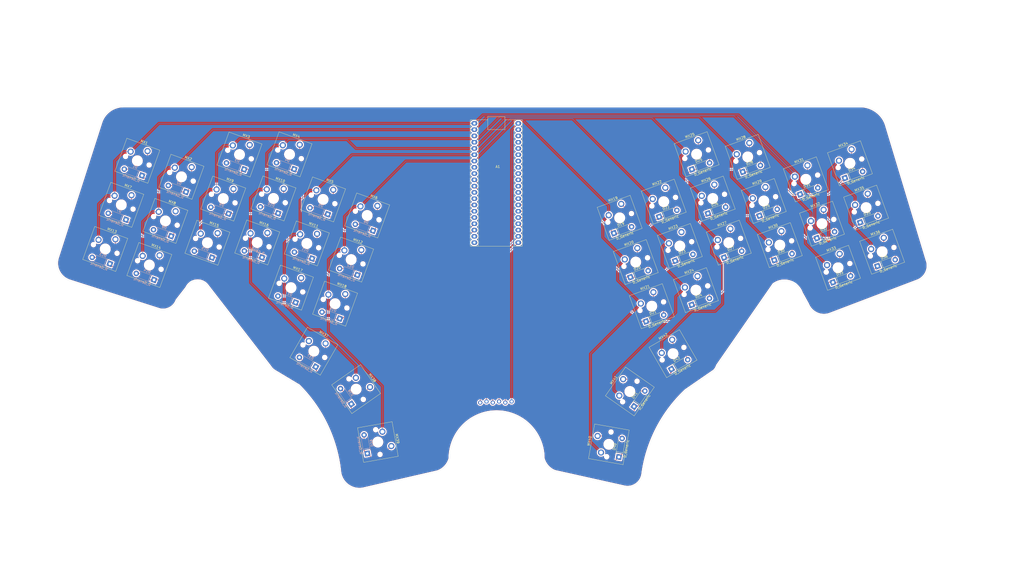
<source format=kicad_pcb>
(kicad_pcb (version 20240108) (generator "pcbnew") (generator_version "8.0")
  (layers (0 "F.Cu" signal) (31 "B.Cu" signal) (34 "B.Paste" user) (35 "F.Paste" user) (36 "B.SilkS" user "B.Silkscreen") (37 "F.SilkS" user "F.Silkscreen") (38 "B.Mask" user) (39 "F.Mask" user) (44 "Edge.Cuts" user))
  (net 0 "")
  (net 3 "Row1-L")
  (net 5 "Row2-L")
  (net 6 "Row2-R")
  (net 7 "Col3")
  (net 9 "Col0")
  (net 10 "Row3-L")
  (net 11 "NCS")
  (net 13 "5V")
  (net 15 "Row3-R")
  (net 16 "SCLK")
  (net 18 "Row0-R")
  (net 21 "Col5")
  (net 23 "Col1")
  (net 26 "Col2")
  (net 30 "Row0-L")
  (net 31 "Col4")
  (net 32 "GND")
  (net 35 "MOSI")
  (net 37 "MISO")
  (net 38 "Row1-R")
  (net 40 "Net-(D1-A)")
  (net 41 "Net-(D2-A)")
  (net 42 "Net-(D3-A)")
  (net 43 "Net-(D4-A)")
  (net 44 "Net-(D5-A)")
  (net 45 "Net-(D6-A)")
  (net 46 "Net-(D7-A)")
  (net 47 "Net-(D8-A)")
  (net 48 "Net-(D9-A)")
  (net 49 "Net-(D10-A)")
  (net 50 "Net-(D11-A)")
  (net 51 "Net-(D12-A)")
  (net 52 "Net-(D13-A)")
  (net 53 "Net-(D14-A)")
  (net 54 "Net-(D15-A)")
  (net 55 "Net-(D16-A)")
  (net 56 "Net-(D17-A)")
  (net 57 "Net-(D18-A)")
  (net 58 "Net-(D19-A)")
  (net 59 "Net-(D20-A)")
  (net 60 "Net-(D21-A)")
  (net 61 "Net-(D22-A)")
  (net 62 "Net-(D23-A)")
  (net 63 "Net-(D24-A)")
  (net 64 "Net-(D25-A)")
  (net 65 "Net-(D26-A)")
  (net 66 "Net-(D27-A)")
  (net 67 "Net-(D28-A)")
  (net 68 "Net-(D29-A)")
  (net 69 "Net-(D30-A)")
  (net 70 "Net-(D31-A)")
  (net 71 "Net-(D32-A)")
  (net 72 "Net-(D33-A)")
  (net 73 "Net-(D34-A)")
  (net 74 "Net-(D35-A)")
  (net 75 "Net-(D36-A)")
  (net 76 "Net-(D37-A)")
  (net 77 "Net-(D38-A)")
  (net 78 "Net-(D39-A)")
  (net 79 "Net-(D40-A)")
  (net 80 "Net-(D41-A)")
  (net 81 "Net-(D42-A)")
  (footprint "PCM_Switch_Keyboard_Cherry_MX:SW_Cherry_MX_PCB_1.00u" (layer "F.Cu") (at 9.451107 71.768098 -20)
    (property "Reference" "MX14")
    (property "Value" "MX_SW_HS")
  )
  (footprint "PCM_Switch_Keyboard_Cherry_MX:SW_Cherry_MX_PCB_1.00u" (layer "F.Cu") (at 199.811339 52.67376 20)
    (property "Reference" "MX19")
    (property "Value" "MX_SW_HS")
  )
  (footprint "PCM_Switch_Keyboard_Cherry_MX:SW_Cherry_MX_PCB_1.00u" (layer "F.Cu") (at 288.206585 72.889995 20)
    (property "Reference" "MX33")
    (property "Value" "MX_SW_HS")
  )
  (footprint "PCM_4ms_Diode:D_DO-41_P7.62mm_Horizontal" (layer "F.Cu") (at 201.068695 57.590218 20)
    (property "Reference" "D19")
    (property "Value" "D_Generic")
  )
  (footprint "PCM_Switch_Keyboard_Cherry_MX:SW_Cherry_MX_PCB_1.00u" (layer "F.Cu") (at 84.629968 87.42501 -20)
    (property "Reference" "MX18")
    (property "Value" "MX_SW_HS")
  )
  (footprint "PCM_4ms_Diode:D_DO-41_P7.62mm_Horizontal" (layer "F.Cu") (at 200.154886 145.717485 80)
    (property "Reference" "D40")
    (property "Value" "D_Generic")
  )
  (footprint "PCM_Switch_Keyboard_Cherry_MX:SW_Cherry_MX_PCB_1.00u" (layer "F.Cu") (at 299.562362 48.537453 20)
    (property "Reference" "MX35")
    (property "Value" "MX_SW_HS")
  )
  (footprint "PCM_Switch_Keyboard_Cherry_MX:SW_Cherry_MX_PCB_1.00u" (layer "F.Cu") (at 73.199015 63.045107 -20)
    (property "Reference" "MX11")
    (property "Value" "MX_SW_HS")
  )
  (footprint "PCM_Switch_Keyboard_Cherry_MX:SW_Cherry_MX_PCB_1.00u" (layer "F.Cu") (at 206.326823 70.574906 20)
    (property "Reference" "MX20")
    (property "Value" "MX_SW_HS")
  )
  (footprint "PCM_4ms_Diode:D_DO-41_P7.62mm_Horizontal" (layer "F.Cu") (at 294.571561 35.263913 20)
    (property "Reference" "D34")
    (property "Value" "D_Generic")
  )
  (footprint "Keebio-Parts:Header-6-Pin-ZigZag" (layer "F.Cu") (at 143.379998 127.228602 90)
    (property "Reference" "J1" (hide yes))
    (property "Value" "Conn_01x06")
  )
  (footprint "PCM_Switch_Keyboard_Cherry_MX:SW_Cherry_MX_PCB_1.00u" (layer "F.Cu") (at 101.946205 143.42518 -80)
    (property "Reference" "MX39")
    (property "Value" "MX_SW_HS")
  )
  (footprint "PCM_Switch_Keyboard_Cherry_MX:SW_Cherry_MX_PCB_1.00u" (layer "F.Cu") (at -8.403054 65.269716 -20)
    (property "Reference" "MX13")
    (property "Value" "MX_SW_HS")
  )
  (footprint "PCM_4ms_Diode:D_DO-41_P7.62mm_Horizontal" (layer "F.Cu") (at 225.891084 68.774986 20)
    (property "Reference" "D23")
    (property "Value" "D_Generic")
  )
  (footprint "PCM_4ms_Diode:D_DO-41_P7.62mm_Horizontal" (layer "F.Cu") (at 300.77864 53.2241 20)
    (property "Reference" "D35")
    (property "Value" "D_Generic")
  )
  (footprint "PCM_4ms_Diode:D_DO-41_P7.62mm_Horizontal" (layer "F.Cu") (at 283.215785 59.616457 20)
    (property "Reference" "D32")
    (property "Value" "D_Generic")
  )
  (footprint "PCM_Switch_Keyboard_Cherry_MX:SW_Cherry_MX_PCB_1.00u" (layer "F.Cu") (at -1.90467 47.415556 -20)
    (property "Reference" "MX7")
    (property "Value" "MX_SW_HS")
  )
  (footprint "PCM_Switch_Keyboard_Cherry_MX:SW_Cherry_MX_PCB_1.00u" (layer "F.Cu") (at 53.121725 62.654725 -20)
    (property "Reference" "MX16")
    (property "Value" "MX_SW_HS")
  )
  (footprint "PCM_Switch_Keyboard_Cherry_MX:SW_Cherry_MX_PCB_1.00u" (layer "F.Cu") (at 22.447873 36.059779 -20)
    (property "Reference" "MX2")
    (property "Value" "MX_SW_HS")
  )
  (footprint "PCM_4ms_Diode:D_DO-41_P7.62mm_Horizontal" (layer "F.Cu") (at 276.426098 41.868322 20)
    (property "Reference" "D31")
    (property "Value" "D_Generic")
  )
  (footprint "PCM_4ms_Diode:D_DO-41_P7.62mm_Horizontal" (layer "F.Cu") (at 214.065461 93.298538 20)
    (property "Reference" "D21")
    (property "Value" "D_Generic")
  )
  (footprint "PCM_Switch_Keyboard_Cherry_MX:SW_Cherry_MX_PCB_1.00u" (layer "F.Cu") (at 217.648399 46.128393 20)
    (property "Reference" "MX22")
    (property "Value" "MX_SW_HS")
  )
  (footprint "PCM_4ms_Diode:D_DO-41_P7.62mm_Horizontal" (layer "F.Cu") (at 245.626355 67.444911 20)
    (property "Reference" "D27")
    (property "Value" "D_Generic")
  )
  (footprint "PCM_Switch_Keyboard_Cherry_MX:SW_Cherry_MX_PCB_1.00u" (layer "F.Cu") (at 59.695282 44.827928 -20)
    (property "Reference" "MX10")
    (property "Value" "MX_SW_HS")
  )
  (footprint "PCM_Switch_Keyboard_Cherry_MX:SW_Cherry_MX_PCB_1.00u" (layer "F.Cu") (at 4.593713 29.561396 -20)
    (property "Reference" "MX1")
    (property "Value" "MX_SW_HS")
  )
  (footprint "PCM_Switch_Keyboard_Cherry_MX:SW_Cherry_MX_PCB_1.00u" (layer "F.Cu") (at 275.175617 37.087705 20)
    (property "Reference" "MX31")
    (property "Value" "MX_SW_HS")
  )
  (footprint "PCM_4ms_Diode:D_DO-41_P7.62mm_Horizontal" (layer "F.Cu") (at 207.83826 125.894121 55)
    (property "Reference" "D41")
    (property "Value" "D_Generic")
  )
  (footprint "PCM_Switch_Keyboard_Cherry_MX:SW_Cherry_MX_PCB_1.00u" (layer "F.Cu") (at 79.772574 45.218308 -20)
    (property "Reference" "MX5")
    (property "Value" "MX_SW_HS")
  )
  (footprint "PCM_Switch_Keyboard_Cherry_MX:SW_Cherry_MX_PCB_1.00u" (layer "F.Cu") (at 91.128349 69.570851 -20)
    (property "Reference" "MX12")
    (property "Value" "MX_SW_HS")
  )
  (footprint "PCM_Switch_Keyboard_Cherry_MX:SW_Cherry_MX_PCB_1.00u" (layer "F.Cu") (at 230.679366 81.930683 20)
    (property "Reference" "MX24")
    (property "Value" "MX_SW_HS")
  )
  (footprint "PCM_Switch_Keyboard_Cherry_MX:SW_Cherry_MX_PCB_1.00u" (layer "F.Cu") (at 15.949489 53.913939 -20)
    (property "Reference" "MX8")
    (property "Value" "MX_SW_HS")
  )
  (footprint "PCM_Switch_Keyboard_Cherry_MX:SW_Cherry_MX_PCB_1.00u" (layer "F.Cu") (at 32.948598 62.761553 -20)
    (property "Reference" "MX15")
    (property "Value" "MX_SW_HS")
  )
  (footprint "PCM_Switch_Keyboard_Cherry_MX:SW_Cherry_MX_PCB_1.00u" (layer "F.Cu") (at 97.626733 51.716691 -20)
    (property "Reference" "MX6")
    (property "Value" "MX_SW_HS")
  )
  (footprint "PCM_Switch_Keyboard_Cherry_MX:SW_Cherry_MX_PCB_1.00u" (layer "F.Cu") (at 251.650764 28.005985 20)
    (property "Reference" "MX28")
    (property "Value" "MX_SW_HS")
  )
  (footprint "PCM_Switch_Keyboard_Cherry_MX:SW_Cherry_MX_PCB_1.00u" (layer "F.Cu") (at 66.775808 80.926628 -20)
    (property "Reference" "MX17")
    (property "Value" "MX_SW_HS")
  )
  (footprint "PCM_4ms_Diode:D_DO-41_P7.62mm_Horizontal" (layer "F.Cu") (at 266 68.5 20)
    (property "Reference" "D30")
    (property "Value" "D_Generic")
  )
  (footprint "PCM_Switch_Keyboard_Cherry_MX:SW_Cherry_MX_PCB_1.00u" (layer "F.Cu") (at 306.060745 66.391612 20)
    (property "Reference" "MX36")
    (property "Value" "MX_SW_HS")
  )
  (footprint "PCM_4ms_Diode:D_DO-41_P7.62mm_Horizontal" (layer "F.Cu") (at 219.392701 50.920826 20)
    (property "Reference" "D22")
    (property "Value" "D_Generic")
  )
  (footprint "PCM_SL_Development_Boards:raspberry_pi_pico_THT" (layer "F.Cu") (at 141 14.44)
    (property "Reference" "A1")
    (property "Value" "Raspberry_Pi_Pico_THT")
  )
  (footprint "PCM_4ms_Diode:D_DO-41_P7.62mm_Horizontal" (layer "F.Cu") (at 232.568008 86.564162 20)
    (property "Reference" "D24")
    (property "Value" "D_Generic")
  )
  (footprint "PCM_Switch_Keyboard_Cherry_MX:SW_Cherry_MX_PCB_1.00u" (layer "F.Cu") (at 221.417168 107.649579 30)
    (property "Reference" "MX42")
    (property "Value" "MX_SW_HS")
  )
  (footprint "PCM_4ms_Diode:D_DO-41_P7.62mm_Horizontal" (layer "F.Cu") (at 289.714167 77.470616 20)
    (property "Reference" "D33")
    (property "Value" "D_Generic")
  )
  (footprint "PCM_Switch_Keyboard_Cherry_MX:SW_Cherry_MX_PCB_1.00u" (layer "F.Cu") (at 76.038005 106.645525 -30)
    (property "Reference" "MX37")
    (property "Value" "MX_SW_HS")
  )
  (footprint "PCM_Switch_Keyboard_Cherry_MX:SW_Cherry_MX_PCB_1.00u" (layer "F.Cu") (at 45.945364 27.053234 -20)
    (property "Reference" "MX3")
    (property "Value" "MX_SW_HS")
  )
  (footprint "PCM_4ms_Diode:D_DO-41_P7.62mm_Horizontal" (layer "F.Cu") (at 253.21991 32.755751 20)
    (property "Reference" "D28")
    (property "Value" "D_Generic")
  )
  (footprint "PCM_Switch_Keyboard_Cherry_MX:SW_Cherry_MX_PCB_1.00u" (layer "F.Cu") (at 93.153169 122.012213 -55)
    (property "Reference" "MX38")
    (property "Value" "MX_SW_HS")
  )
  (footprint "PCM_4ms_Diode:D_DO-41_P7.62mm_Horizontal" (layer "F.Cu") (at 307.74687 70.907249 20)
    (property "Reference" "D36")
    (property "Value" "D_Generic")
  )
  (footprint "PCM_Switch_Keyboard_Cherry_MX:SW_Cherry_MX_PCB_1.00u" (layer "F.Cu") (at 230.960462 26.916798 20)
    (property "Reference" "MX25")
    (property "Value" "MX_SW_HS")
  )
  (footprint "PCM_4ms_Diode:D_DO-41_P7.62mm_Horizontal" (layer "F.Cu") (at 224.066962 112.006023 30)
    (property "Reference" "D42")
    (property "Value" "D_Generic")
  )
  (footprint "PCM_Switch_Keyboard_Cherry_MX:SW_Cherry_MX_PCB_1.00u" (layer "F.Cu") (at 203.939891 122.964533 55)
    (property "Reference" "MX41")
    (property "Value" "MX_SW_HS")
  )
  (footprint "PCM_4ms_Diode:D_DO-41_P7.62mm_Horizontal" (layer "F.Cu") (at 232.629589 31.736593 20)
    (property "Reference" "D25")
    (property "Value" "D_Generic")
  )
  (footprint "PCM_Switch_Keyboard_Cherry_MX:SW_Cherry_MX_PCB_1.00u" (layer "F.Cu") (at 258.149146 45.860144 20)
    (property "Reference" "MX29")
    (property "Value" "MX_SW_HS")
  )
  (footprint "PCM_4ms_Diode:D_DO-41_P7.62mm_Horizontal" (layer "F.Cu") (at 239.127971 49.590752 20)
    (property "Reference" "D26")
    (property "Value" "D_Generic")
  )
  (footprint "PCM_4ms_Diode:D_DO-41_P7.62mm_Horizontal" (layer "F.Cu") (at 207.74562 75.379395 20)
    (property "Reference" "D20")
    (property "Value" "D_Generic")
  )
  (footprint "PCM_4ms_Diode:D_DO-41_P7.62mm_Horizontal" (layer "F.Cu") (at 260 50.5 20)
    (property "Reference" "D29")
    (property "Value" "D_Generic")
  )
  (footprint "PCM_Switch_Keyboard_Cherry_MX:SW_Cherry_MX_PCB_1.00u" (layer "F.Cu") (at 281.708203 55.035835 20)
    (property "Reference" "MX32")
    (property "Value" "MX_SW_HS")
  )
  (footprint "PCM_Switch_Keyboard_Cherry_MX:SW_Cherry_MX_PCB_1.00u" (layer "F.Cu") (at 66.193665 26.973768 -20)
    (property "Reference" "MX4")
    (property "Value" "MX_SW_HS")
  )
  (footprint "PCM_Switch_Keyboard_Cherry_MX:SW_Cherry_MX_PCB_1.00u" (layer "F.Cu") (at 293.029776 30.589323 20)
    (property "Reference" "MX34")
    (property "Value" "MX_SW_HS")
  )
  (footprint "PCM_Switch_Keyboard_Cherry_MX:SW_Cherry_MX_PCB_1.00u" (layer "F.Cu") (at 212.825207 88.429065 20)
    (property "Reference" "MX21")
    (property "Value" "MX_SW_HS")
  )
  (footprint "PCM_Switch_Keyboard_Cherry_MX:SW_Cherry_MX_PCB_1.00u" (layer "F.Cu") (at 243.99143 62.719087 20)
    (property "Reference" "MX27")
    (property "Value" "MX_SW_HS")
  )
  (footprint "PCM_Switch_Keyboard_Cherry_MX:SW_Cherry_MX_PCB_1.00u" (layer "F.Cu") (at 237.493047 44.864928 20)
    (property "Reference" "MX26")
    (property "Value" "MX_SW_HS")
  )
  (footprint "PCM_Switch_Keyboard_Cherry_MX:SW_Cherry_MX_PCB_1.00u" (layer "F.Cu") (at 195.442046 144.347331 80)
    (property "Reference" "MX40")
    (property "Value" "MX_SW_HS")
  )
  (footprint "PCM_Switch_Keyboard_Cherry_MX:SW_Cherry_MX_PCB_1.00u" (layer "F.Cu") (at 224.180983 64.076522 20)
    (property "Reference" "MX23")
    (property "Value" "MX_SW_HS")
  )
  (footprint "PCM_Switch_Keyboard_Cherry_MX:SW_Cherry_MX_PCB_1.00u" (layer "F.Cu") (at 39.371807 44.880031 -20)
    (property "Reference" "MX9")
    (property "Value" "MX_SW_HS")
  )
  (footprint "PCM_Switch_Keyboard_Cherry_MX:SW_Cherry_MX_PCB_1.00u" (layer "F.Cu") (at 264.647529 63.714305 20)
    (property "Reference" "MX30")
    (property "Value" "MX_SW_HS")
  )
  (footprint "PCM_4ms_Diode:D_DO-41_P7.62mm_Horizontal" (layer "B.Cu") (at 65.065707 85.62509 160)
    (property "Reference" "D17")
    (property "Value" "D_Generic")
  )
  (footprint "PCM_4ms_Diode:D_DO-41_P7.62mm_Horizontal" (layer "B.Cu") (at 78.062472 49.916771 160)
    (property "Reference" "D5")
    (property "Value" "D_Generic")
  )
  (footprint "PCM_4ms_Diode:D_DO-41_P7.62mm_Horizontal" (layer "B.Cu") (at -3.614771 52.114019 160)
    (property "Reference" "D7")
    (property "Value" "D_Generic")
  )
  (footprint "PCM_4ms_Diode:D_DO-41_P7.62mm_Horizontal" (layer "B.Cu") (at 51.4868 67.38055 160)
    (property "Reference" "D16")
    (property "Value" "D_Generic")
  )
  (footprint "PCM_4ms_Diode:D_DO-41_P7.62mm_Horizontal" (layer "B.Cu") (at -10.113153 69.968179 160)
    (property "Reference" "D13")
    (property "Value" "D_Generic")
  )
  (footprint "PCM_4ms_Diode:D_DO-41_P7.62mm_Horizontal" (layer "B.Cu") (at 64.483565 31.672231 160)
    (property "Reference" "D4")
    (property "Value" "D_Generic")
  )
  (footprint "PCM_4ms_Diode:D_DO-41_P7.62mm_Horizontal" (layer "B.Cu") (at 20.693308 40.880402 160)
    (property "Reference" "D2")
    (property "Value" "D_Generic")
  )
  (footprint "PCM_4ms_Diode:D_DO-41_P7.62mm_Horizontal" (layer "B.Cu") (at 2.883611 34.259859 160)
    (property "Reference" "D1")
    (property "Value" "D_Generic")
  )
  (footprint "PCM_4ms_Diode:D_DO-41_P7.62mm_Horizontal" (layer "B.Cu") (at 57.985182 49.52639 160)
    (property "Reference" "D10")
    (property "Value" "D_Generic")
  )
  (footprint "PCM_4ms_Diode:D_DO-41_P7.62mm_Horizontal" (layer "B.Cu") (at 89.016451 124.908773 125)
    (property "Reference" "D38")
    (property "Value" "D_Generic")
  )
  (footprint "PCM_4ms_Diode:D_DO-41_P7.62mm_Horizontal" (layer "B.Cu") (at 97.022167 144.29342 100)
    (property "Reference" "D39")
    (property "Value" "D_Generic")
  )
  (footprint "PCM_4ms_Diode:D_DO-41_P7.62mm_Horizontal" (layer "B.Cu") (at 31.238498 67.460016 160)
    (property "Reference" "D15")
    (property "Value" "D_Generic")
  )
  (footprint "PCM_4ms_Diode:D_DO-41_P7.62mm_Horizontal" (layer "B.Cu") (at 7.741006 76.466562 160)
    (property "Reference" "D14")
    (property "Value" "D_Generic")
  )
  (footprint "PCM_4ms_Diode:D_DO-41_P7.62mm_Horizontal" (layer "B.Cu") (at 96.386479 56.586164 160)
    (property "Reference" "D6")
    (property "Value" "D_Generic")
  )
  (footprint "PCM_4ms_Diode:D_DO-41_P7.62mm_Horizontal" (layer "B.Cu") (at 73.488006 111.062256 150)
    (property "Reference" "D37")
    (property "Value" "D_Generic")
  )
  (footprint "PCM_4ms_Diode:D_DO-41_P7.62mm_Horizontal" (layer "B.Cu") (at 44.235264 31.751697 160)
    (property "Reference" "D3")
    (property "Value" "D_Generic")
  )
  (footprint "PCM_4ms_Diode:D_DO-41_P7.62mm_Horizontal" (layer "B.Cu") (at 71.742632 67.835915 160)
    (property "Reference" "D11")
    (property "Value" "D_Generic")
  )
  (footprint "PCM_4ms_Diode:D_DO-41_P7.62mm_Horizontal" (layer "B.Cu") (at 14.709235 58.783412 160)
    (property "Reference" "D8")
    (property "Value" "D_Generic")
  )
  (footprint "PCM_4ms_Diode:D_DO-41_P7.62mm_Horizontal" (layer "B.Cu") (at 37.915422 49.670841 160)
    (property "Reference" "D9")
    (property "Value" "D_Generic")
  )
  (footprint "PCM_4ms_Diode:D_DO-41_P7.62mm_Horizontal" (layer "B.Cu") (at 82.919867 92.123474 160)
    (property "Reference" "D18")
    (property "Value" "D_Generic")
  )
  (footprint "PCM_4ms_Diode:D_DO-41_P7.62mm_Horizontal" (layer "B.Cu") (at 90.066638 74.505308 160)
    (property "Reference" "D12")
    (property "Value" "D_Generic")
  )
  (gr_arc (start -9.91426 13.715799) (mid -6.433696 9.207378) (end -1 7.5) (stroke (width 0.05)) (layer "Edge.Cuts"))
  (gr_line (start 273.5 83) (end 276 87.5) (stroke (width 0.05)) (layer "Edge.Cuts"))
  (gr_arc (start 95.797917 162.287503) (mid 89.58501 160.678403) (end 86.620077 154.986426) (stroke (width 0.05)) (layer "Edge.Cuts"))
  (gr_arc (start 239.240998 112.422299) (mid 238.749438 113.538164) (end 238 114.5) (stroke (width 0.05)) (layer "Edge.Cuts"))
  (gr_line (start 24.448168 80.930985) (end 20.499999 86) (stroke (width 0.05)) (layer "Edge.Cuts"))
  (gr_line (start 285.086437 91.466092) (end 320.5 78) (stroke (width 0.05)) (layer "Edge.Cuts"))
  (gr_line (start 239.240998 112.422299) (end 262.04018 79.553573) (stroke (width 0.05)) (layer "Edge.Cuts"))
  (gr_arc (start 79.5 133) (mid 84.166462 143.634909) (end 86.620077 154.986426) (stroke (width 0.05)) (layer "Edge.Cuts"))
  (gr_arc (start 324.035098 69.585961) (mid 323.992577 74.517739) (end 320.5 78) (stroke (width 0.05)) (layer "Edge.Cuts"))
  (gr_line (start 324.035098 69.585961) (end 307.527059 14.750568) (stroke (width 0.05)) (layer "Edge.Cuts"))
  (gr_arc (start 131 150) (mid 150 131) (end 169 150) (stroke (width 0.05)) (layer "Edge.Cuts"))
  (gr_arc (start 131 150) (mid 129.210091 153.257838) (end 126.110672 155.309883) (stroke (width 0.05)) (layer "Edge.Cuts"))
  (gr_line (start 70.003048 120.496952) (end 60.000001 114.499999) (stroke (width 0.05)) (layer "Edge.Cuts"))
  (gr_arc (start 20.499999 86) (mid 17.474873 89.3033) (end 13 89.499999) (stroke (width 0.05)) (layer "Edge.Cuts"))
  (gr_arc (start 285.086437 91.466092) (mid 279.714059 91.382675) (end 276 87.5) (stroke (width 0.05)) (layer "Edge.Cuts"))
  (gr_arc (start 24.448168 80.930985) (mid 28.458878 78.029368) (end 33 80) (stroke (width 0.05)) (layer "Edge.Cuts"))
  (gr_line (start -9.91426 13.715799) (end -27.5 68.5) (stroke (width 0.05)) (layer "Edge.Cuts"))
  (gr_arc (start 208.999999 156.5) (mid 206.535533 160.449747) (end 202 161.499999) (stroke (width 0.05)) (layer "Edge.Cuts"))
  (gr_line (start 126.110672 155.309883) (end 95.797917 162.287503) (stroke (width 0.05)) (layer "Edge.Cuts"))
  (gr_arc (start 173.514582 155.165003) (mid 170.655746 153.108295) (end 169 150) (stroke (width 0.05)) (layer "Edge.Cuts"))
  (gr_arc (start 60.000001 114.499999) (mid 59.10687 113.754135) (end 58.393954 112.83449) (stroke (width 0.05)) (layer "Edge.Cuts"))
  (gr_arc (start 262.04018 79.553573) (mid 268.640699 78.381897) (end 273.5 83) (stroke (width 0.05)) (layer "Edge.Cuts"))
  (gr_arc (start -22.850532 78.051595) (mid -27.183289 74.253251) (end -27.5 68.5) (stroke (width 0.05)) (layer "Edge.Cuts"))
  (gr_line (start 13 89.499999) (end -22.850532 78.051595) (stroke (width 0.05)) (layer "Edge.Cuts"))
  (gr_line (start 238 114.5) (end 226.50129 122.435585) (stroke (width 0.05)) (layer "Edge.Cuts"))
  (gr_line (start 58.393954 112.83449) (end 33 80) (stroke (width 0.05)) (layer "Edge.Cuts"))
  (gr_arc (start 297.189331 7.509742) (mid 303.5 9.5) (end 307.527059 14.750568) (stroke (width 0.05)) (layer "Edge.Cuts"))
  (gr_arc (start 209 156.5) (mid 214.803876 137.95383) (end 226.50129 122.435585) (stroke (width 0.05)) (layer "Edge.Cuts"))
  (gr_arc (start 70.003048 120.496952) (mid 75.176655 126.425559) (end 79.5 133) (stroke (width 0.05)) (layer "Edge.Cuts"))
  (gr_line (start 202 161.499999) (end 173.514582 155.165003) (stroke (width 0.05)) (layer "Edge.Cuts"))
  (gr_line (start 297.189331 7.509742) (end -1 7.5) (stroke (width 0.05)) (layer "Edge.Cuts"))
  (segment (start 81.992255 75.808404) (end 75.322862 69.139011) (width 0.2) (layer "F.Cu") (net 3))
  (segment (start 41.495652 50.973937) (end 34.026063 50.973937) (width 0.2) (layer "F.Cu") (net 3))
  (segment (start 65.5 68.5) (end 65.5 54.764074) (width 0.2) (layer "F.Cu") (net 3))
  (segment (start 75.322862 69.139011) (end 66.139011 69.139011) (width 0.2) (layer "F.Cu") (net 3))
  (segment (start 66.139011 69.139011) (end 65.5 68.5) (width 0.2) (layer "F.Cu") (net 3))
  (segment (start 119.455272 50) (end 141 50) (width 0.2) (layer "F.Cu") (net 3))
  (segment (start 93.646868 75.808404) (end 81.992255 75.808404) (width 0.2) (layer "F.Cu") (net 3))
  (segment (start 34.026063 50.973937) (end 26.5 58.5) (width 0.2) (layer "F.Cu") (net 3))
  (segment (start 61.420961 50.973937) (end 61.565412 50.829486) (width 0.2) (layer "F.Cu") (net 3))
  (segment (start -0.034541 53.417115) (end 6.634852 60.086508) (width 0.2) (layer "F.Cu") (net 3))
  (segment (start 26.5 58.5) (end 19.875973 58.5) (width 0.2) (layer "F.Cu") (net 3))
  (segment (start 93.646868 75.808404) (end 119.455272 50) (width 0.2) (layer "F.Cu") (net 3))
  (segment (start 41.495652 50.973937) (end 61.420961 50.973937) (width 0.2) (layer "F.Cu") (net 3))
  (segment (start 19.875973 58.5) (end 18.289465 60.086508) (width 0.2) (layer "F.Cu") (net 3))
  (segment (start 65.5 54.764074) (end 61.565412 50.829486) (width 0.2) (layer "F.Cu") (net 3))
  (segment (start 6.634852 60.086508) (end 18.289465 60.086508) (width 0.2) (layer "F.Cu") (net 3))
  (segment (start 75.144321 93.42657) (end 86.500097 93.42657) (width 0.2) (layer "F.Cu") (net 5))
  (segment (start -6.532923 71.271275) (end -0.03454 77.769658) (width 0.2) (layer "F.Cu") (net 5))
  (segment (start 68.645937 86.928186) (end 75.144321 93.42657) (width 0.2) (layer "F.Cu") (net 5))
  (segment (start 128.557263 52.54) (end 141 52.54) (width 0.2) (layer "F.Cu") (net 5))
  (segment (start -0.03454 77.769658) (end 11.321236 77.769658) (width 0.2) (layer "F.Cu") (net 5))
  (segment (start 68.645937 86.928186) (end 60.428186 86.928186) (width 0.2) (layer "F.Cu") (net 5))
  (segment (start 87.670693 93.42657) (end 128.557263 52.54) (width 0.2) (layer "F.Cu") (net 5))
  (segment (start 54.987564 68.763112) (end 55.06703 68.683646) (width 0.2) (layer "F.Cu") (net 5))
  (segment (start 58.5 85) (end 58.5 72.116616) (width 0.2) (layer "F.Cu") (net 5))
  (segment (start 34.818728 68.763112) (end 54.987564 68.763112) (width 0.2) (layer "F.Cu") (net 5))
  (segment (start 86.500097 93.42657) (end 87.670693 93.42657) (width 0.2) (layer "F.Cu") (net 5))
  (segment (start 25.812182 77.769658) (end 34.818728 68.763112) (width 0.2) (layer "F.Cu") (net 5))
  (segment (start 11.321236 77.769658) (end 25.812182 77.769658) (width 0.2) (layer "F.Cu") (net 5))
  (segment (start 58.5 72.116616) (end 55.06703 68.683646) (width 0.2) (layer "F.Cu") (net 5))
  (segment (start 60.428186 86.928186) (end 58.5 85) (width 0.2) (layer "F.Cu") (net 5))
  (segment (start 210.485231 94.601634) (end 208.601634 94.601634) (width 0.2) (layer "F.Cu") (net 6))
  (segment (start 166.54 52.54) (end 158.78 52.54) (width 0.2) (layer "F.Cu") (net 6))
  (segment (start 236 88) (end 235.867258 87.867258) (width 0.2) (layer "F.Cu") (net 6))
  (segment (start 222.253402 94.601634) (end 210.485231 94.601634) (width 0.2) (layer "F.Cu") (net 6))
  (segment (start 262.41977 69.803096) (end 261.364681 68.748007) (width 0.2) (layer "F.Cu") (net 6))
  (segment (start 235.867258 87.867258) (end 228.987778 87.867258) (width 0.2) (layer "F.Cu") (net 6))
  (segment (start 286.133937 78.773712) (end 271.390386 78.773712) (width 0.2) (layer "F.Cu") (net 6))
  (segment (start 271.390386 78.773712) (end 262.41977 69.803096) (width 0.2) (layer "F.Cu") (net 6))
  (segment (start 228.987778 87.867258) (end 222.253402 94.601634) (width 0.2) (layer "F.Cu") (net 6))
  (segment (start 297.603273 78.773712) (end 286.133937 78.773712) (width 0.2) (layer "F.Cu") (net 6))
  (segment (start 242.046125 68.748007) (end 242.046125 81.953875) (width 0.2) (layer "F.Cu") (net 6))
  (segment (start 242.046125 81.953875) (end 236 88) (width 0.2) (layer "F.Cu") (net 6))
  (segment (start 304.16664 72.210345) (end 297.603273 78.773712) (width 0.2) (layer "F.Cu") (net 6))
  (segment (start 261.364681 68.748007) (end 242.046125 68.748007) (width 0.2) (layer "F.Cu") (net 6))
  (segment (start 208.601634 94.601634) (end 166.54 52.54) (width 0.2) (layer "F.Cu") (net 6))
  (segment (start 241.5 87.5) (end 241.5 71.5) (width 0.2) (layer "B.Cu") (net 7))
  (segment (start 63.482167 23.283852) (end 60.216148 23.283852) (width 0.2) (layer "B.Cu") (net 7))
  (segment (start 229 90.5) (end 238.5 90.5) (width 0.2) (layer "B.Cu") (net 7))
  (segment (start 231 53.092895) (end 239.54247 61.635365) (width 0.2) (layer "B.Cu") (net 7))
  (segment (start 231 45.825293) (end 231 53.092895) (width 0.2) (layer "B.Cu") (net 7))
  (segment (start 224.5 35.237119) (end 233.044087 43.781206) (width 0.2) (layer "B.Cu") (net 7))
  (segment (start 216.847611 107.354875) (end 216.847611 102.652389) (width 0.2) (layer "B.Cu") (net 7))
  (segment (start 50.410227 78.942601) (end 50.410227 58.964809) (width 0.2) (layer "B.Cu") (net 7))
  (segment (start 226.511502 25.833076) (end 212.878426 12.2) (width 0.2) (layer "B.Cu") (net 7))
  (segment (start 50.410227 44.589773) (end 50.410227 58.964809) (width 0.2) (layer "B.Cu") (net 7))
  (segment (start 74.008447 102.540821) (end 50.410227 78.942601) (width 0.2) (layer "B.Cu") (net 7))
  (segment (start 216.847611 102.652389) (end 229 90.5) (width 0.2) (layer "B.Cu") (net 7))
  (segment (start 226.511502 25.833076) (end 224.5 27.844578) (width 0.2) (layer "B.Cu") (net 7))
  (segment (start 238.5 90.5) (end 241.5 87.5) (width 0.2) (layer "B.Cu") (net 7))
  (segment (start 224.5 27.844578) (end 224.5 35.237119) (width 0.2) (layer "B.Cu") (net 7))
  (segment (start 60.216148 23.283852) (end 56.983784 26.516216) (width 0.2) (layer "B.Cu") (net 7))
  (segment (start 53.861988 41.138012) (end 50.410227 44.589773) (width 0.2) (layer "B.Cu") (net 7))
  (segment (start 56.983784 26.516216) (end 56.983784 41.138012) (width 0.2) (layer "B.Cu") (net 7))
  (segment (start 153.4 12.2) (end 141 24.6) (width 0.2) (layer "B.Cu") (net 7))
  (segment (start 89.5 21) (end 93.1 24.6) (width 0.2) (layer "B.Cu") (net 7))
  (segment (start 93.1 24.6) (end 141 24.6) (width 0.2) (layer "B.Cu") (net 7))
  (segment (start 56.983784 41.138012) (end 53.861988 41.138012) (width 0.2) (layer "B.Cu") (net 7))
  (segment (start 212.878426 12.2) (end 153.4 12.2) (width 0.2) (layer "B.Cu") (net 7))
  (segment (start 241.5 71.5) (end 237 67) (width 0.2) (layer "B.Cu") (net 7))
  (segment (start 65.766019 21) (end 89.5 21) (width 0.2) (layer "B.Cu") (net 7))
  (segment (start 237 67) (end 237 64.177835) (width 0.2) (layer "B.Cu") (net 7))
  (segment (start 63.482167 23.283852) (end 65.766019 21) (width 0.2) (layer "B.Cu") (net 7))
  (segment (start 233.044087 43.781206) (end 231 45.825293) (width 0.2) (layer "B.Cu") (net 7))
  (segment (start 237 64.177835) (end 239.54247 61.635365) (width 0.2) (layer "B.Cu") (net 7))
  (segment (start 284.399657 33.68676) (end 284.399657 62.000495) (width 0.2) (layer "B.Cu") (net 9))
  (segment (start -7.72564 43.72564) (end -4.616168 43.72564) (width 0.2) (layer "B.Cu") (net 9))
  (segment (start 288.580816 29.505601) (end 284.399657 33.68676) (width 0.2) (layer "B.Cu") (net 9))
  (segment (start -4.616168 43.72564) (end -4.616168 29.616168) (width 0.2) (layer "B.Cu") (net 9))
  (segment (start 295.113402 44.113402) (end 295.113402 47.453731) (width 0.2) (layer "B.Cu") (net 9))
  (segment (start 295.113402 47.453731) (end 293 49.567133) (width 0.2) (layer "B.Cu") (net 9))
  (segment (start 293 54.5) (end 301.611785 63.111785) (width 0.2) (layer "B.Cu") (net 9))
  (segment (start -11.114552 61.5798) (end -11.114552 47.114552) (width 0.2) (layer "B.Cu") (net 9))
  (segment (start 301.611785 63.111785) (end 301.611785 65.30789) (width 0.2) (layer "B.Cu") (net 9))
  (segment (start -0.87148 25.87148) (end 1.882215 25.87148) (width 0.2) (layer "B.Cu") (net 9))
  (segment (start 286.5 31.586417) (end 286.5 35.5) (width 0.2) (layer "B.Cu") (net 9))
  (segment (start 13.313695 14.44) (end 141 14.44) (width 0.2) (layer "B.Cu") (net 9))
  (segment (start 272.276657 38.461951) (end 272.276657 35.361951) (width 0.2) (layer "B.Cu") (net 9))
  (segment (start 286.5 35.5) (end 295.113402 44.113402) (width 0.2) (layer "B.Cu") (net 9))
  (segment (start 284.399657 62.000495) (end 278.809243 56.410081) (width 0.2) (layer "B.Cu") (net 9))
  (segment (start 272.276657 35.361951) (end 247.914706 11) (width 0.2) (layer "B.Cu") (net 9))
  (segment (start -11.114552 47.114552) (end -7.72564 43.72564) (width 0.2) (layer "B.Cu") (net 9))
  (segment (start 278.809243 56.410081) (end 278.809243 44.994537) (width 0.2) (layer "B.Cu") (net 9))
  (segment (start -4.616168 29.616168) (end -0.87148 25.87148) (width 0.2) (layer "B.Cu") (net 9))
  (segment (start 278.809243 44.994537) (end 272.276657 38.461951) (width 0.2) (layer "B.Cu") (net 9))
  (segment (start 1.882215 25.87148) (end 13.313695 14.44) (width 0.2) (layer "B.Cu") (net 9))
  (segment (start 247.914706 11) (end 144.44 11) (width 0.2) (layer "B.Cu") (net 9))
  (segment (start 144.44 11) (end 141 14.44) (width 0.2) (layer "B.Cu") (net 9))
  (segment (start 288.580816 29.505601) (end 286.5 31.586417) (width 0.2) (layer "B.Cu") (net 9))
  (segment (start 293 49.567133) (end 293 54.5) (width 0.2) (layer "B.Cu") (net 9))
  (segment (start 100.138229 150.5) (end 104.5 150.5) (width 0.2) (layer "F.Cu") (net 10))
  (segment (start 104.5 150.5) (end 110.5 144.5) (width 0.2) (layer "F.Cu") (net 10))
  (segment (start 110.5 85.58) (end 141 55.08) (width 0.2) (layer "F.Cu") (net 10))
  (segment (start 76.787564 114.237427) (end 90.57988 128.029743) (width 0.2) (layer "F.Cu") (net 10))
  (segment (start 76.787564 112.967256) (end 76.787564 114.237427) (width 0.2) (layer "F.Cu") (net 10))
  (segment (start 91.201777 141.563548) (end 97.683767 148.045538) (width 0.2) (layer "F.Cu") (net 10))
  (segment (start 90.57988 128.029743) (end 91.201777 128.029743) (width 0.2) (layer "F.Cu") (net 10))
  (segment (start 91.201777 128.029743) (end 91.201777 141.563548) (width 0.2) (layer "F.Cu") (net 10))
  (segment (start 97.683767 148.045538) (end 100.138229 150.5) (width 0.2) (layer "F.Cu") (net 10))
  (segment (start 110.5 144.5) (end 110.5 85.58) (width 0.2) (layer "F.Cu") (net 10))
  (segment (start 153.54 67.94) (end 158.78 62.7) (width 0.2) (layer "F.Cu") (net 11))
  (segment (start 153.54 127.457206) (end 153.54 67.94) (width 0.2) (layer "F.Cu") (net 11))
  (segment (start 156.079995 126.999998) (end 156.079995 17.140005) (width 0.2) (layer "B.Cu") (net 13))
  (segment (start 156.079995 17.140005) (end 158.78 14.44) (width 0.2) (layer "B.Cu") (net 13))
  (segment (start 197.962889 151) (end 199.493286 149.469603) (width 0.2) (layer "F.Cu") (net 15))
  (segment (start 158.78 55.08) (end 172.873654 69.173654) (width 0.2) (layer "F.Cu") (net 15))
  (segment (start 205.652934 143.309955) (end 205.652934 129.015091) (width 0.2) (layer "F.Cu") (net 15))
  (segment (start 206.995786 129.015091) (end 220.767404 115.243473) (width 0.2) (layer "F.Cu") (net 15))
  (segment (start 220.767404 115.243473) (end 220.767404 113.911023) (width 0.2) (layer "F.Cu") (net 15))
  (segment (start 191.5 151) (end 197.962889 151) (width 0.2) (layer "F.Cu") (net 15))
  (segment (start 199.493286 149.469603) (end 205.652934 143.309955) (width 0.2) (layer "F.Cu") (net 15))
  (segment (start 205.652934 129.015091) (end 206.995786 129.015091) (width 0.2) (layer "F.Cu") (net 15))
  (segment (start 172.873654 69.173654) (end 172.873654 132.373654) (width 0.2) (layer "F.Cu") (net 15))
  (segment (start 172.873654 132.373654) (end 191.5 151) (width 0.2) (layer "F.Cu") (net 15))
  (segment (start 148.459998 44.759998) (end 141 37.3) (width 0.2) (layer "F.Cu") (net 16))
  (segment (start 148.459998 127.457202) (end 148.459998 44.759998) (width 0.2) (layer "F.Cu") (net 16))
  (segment (start 249.63968 34.058847) (end 248.620522 33.039689) (width 0.2) (layer "F.Cu") (net 18))
  (segment (start 272.845868 43.171418) (end 269.671418 43.171418) (width 0.2) (layer "F.Cu") (net 18))
  (segment (start 225.276078 52.223922) (end 215.812471 52.223922) (width 0.2) (layer "F.Cu") (net 18))
  (segment (start 260.558847 34.058847) (end 249.63968 34.058847) (width 0.2) (layer "F.Cu") (net 18))
  (segment (start 186.055151 47.46) (end 158.78 47.46) (width 0.2) (layer "F.Cu") (net 18))
  (segment (start 284.386922 43.171418) (end 272.845868 43.171418) (width 0.2) (layer "F.Cu") (net 18))
  (segment (start 229.049359 33.039689) (end 227 35.089048) (width 0.2) (layer "F.Cu") (net 18))
  (segment (start 248.620522 33.039689) (end 229.049359 33.039689) (width 0.2) (layer "F.Cu") (net 18))
  (segment (start 197.488465 58.893314) (end 186.055151 47.46) (width 0.2) (layer "F.Cu") (net 18))
  (segment (start 215.812471 52.223922) (end 209.143079 58.893314) (width 0.2) (layer "F.Cu") (net 18))
  (segment (start 269.671418 43.171418) (end 260.558847 34.058847) (width 0.2) (layer "F.Cu") (net 18))
  (segment (start 209.143079 58.893314) (end 197.488465 58.893314) (width 0.2) (layer "F.Cu") (net 18))
  (segment (start 290.991331 36.567009) (end 284.386922 43.171418) (width 0.2) (layer "F.Cu") (net 18))
  (segment (start 227 50.5) (end 225.276078 52.223922) (width 0.2) (layer "F.Cu") (net 18))
  (segment (start 227 35.089048) (end 227 50.5) (width 0.2) (layer "F.Cu") (net 18))
  (segment (start 188 143.379347) (end 188 107.72159) (width 0.2) (layer "B.Cu") (net 21))
  (segment (start 156 14.68) (end 141 29.68) (width 0.2) (layer "B.Cu") (net 21))
  (segment (start 113.26201 29.68) (end 141 29.68) (width 0.2) (layer "B.Cu") (net 21))
  (segment (start 94.915235 48.026775) (end 92.473225 48.026775) (width 0.2) (layer "B.Cu") (net 21))
  (segment (start 208.376247 87.345343) (end 199 77.969096) (width 0.2) (layer "B.Cu") (net 21))
  (segment (start 88.416851 52.083149) (end 88.416851 65.880935) (width 0.2) (layer "B.Cu") (net 21))
  (segment (start 193 53.952417) (end 195.362379 51.590038) (width 0.2) (layer "B.Cu") (net 21))
  (segment (start 195.362379 51.590038) (end 195.362379 47.862379) (width 0.2) (layer "B.Cu") (net 21))
  (segment (start 81.91847 69.58153) (end 81.91847 83.735094) (width 0.2) (layer "B.Cu") (net 21))
  (segment (start 199 72.369047) (end 201.877863 69.491184) (width 0.2) (layer "B.Cu") (net 21))
  (segment (start 156 14.5) (end 156 14.68) (width 0.2) (layer "B.Cu") (net 21))
  (segment (start 188 107.72159) (end 208.376247 87.345343) (width 0.2) (layer "B.Cu") (net 21))
  (segment (start 193 60.613321) (end 193 53.952417) (width 0.2) (layer "B.Cu") (net 21))
  (segment (start 192.279035 147.658382) (end 188 143.379347) (width 0.2) (layer "B.Cu") (net 21))
  (segment (start 81.91847 98.91847) (end 81.91847 83.735094) (width 0.2) (layer "B.Cu") (net 21))
  (segment (start 103.786016 120.786016) (end 81.91847 98.91847) (width 0.2) (layer "B.Cu") (net 21))
  (segment (start 92.473225 48.026775) (end 88.416851 52.083149) (width 0.2) (layer "B.Cu") (net 21))
  (segment (start 201.877863 69.491184) (end 193 60.613321) (width 0.2) (layer "B.Cu") (net 21))
  (segment (start 195.362379 47.862379) (end 160.5 13) (width 0.2) (layer "B.Cu") (net 21))
  (segment (start 86 65.5) (end 81.91847 69.58153) (width 0.2) (layer "B.Cu") (net 21))
  (segment (start 160.5 13) (end 157.5 13) (width 0.2) (layer "B.Cu") (net 21))
  (segment (start 94.915235 48.026775) (end 113.26201 29.68) (width 0.2) (layer "B.Cu") (net 21))
  (segment (start 88.035916 65.5) (end 86 65.5) (width 0.2) (layer "B.Cu") (net 21))
  (segment (start 199 77.969096) (end 199 72.369047) (width 0.2) (layer "B.Cu") (net 21))
  (segment (start 88.416851 65.880935) (end 88.035916 65.5) (width 0.2) (layer "B.Cu") (net 21))
  (segment (start 103.786016 139.231997) (end 103.786016 120.786016) (width 0.2) (layer "B.Cu") (net 21))
  (segment (start 157.5 13) (end 156 14.5) (width 0.2) (layer "B.Cu") (net 21))
  (segment (start 17.130137 32.369863) (end 13.237991 36.262009) (width 0.2) (layer "B.Cu") (net 23))
  (segment (start 246.122674 11.4) (end 146.58 11.4) (width 0.2) (layer "B.Cu") (net 23))
  (segment (start 270.726657 36.003983) (end 268.5 38.23064) (width 0.2) (layer "B.Cu") (net 23))
  (segment (start 268.5 38.23064) (end 268.5 42) (width 0.2) (layer "B.Cu") (net 23))
  (segment (start 270.726657 36.003983) (end 246.122674 11.4) (width 0.2) (layer "B.Cu") (net 23))
  (segment (start 275 56.211356) (end 275 63.048648) (width 0.2) (layer "B.Cu") (net 23))
  (segment (start 275 63.048648) (end 283.757625 71.806273) (width 0.2) (layer "B.Cu") (net 23))
  (segment (start 6.739609 54.260391) (end 6.739609 68.078182) (width 0.2) (layer "B.Cu") (net 23))
  (segment (start 277.259243 53.952113) (end 275 56.211356) (width 0.2) (layer "B.Cu") (net 23))
  (segment (start 277.259243 50.759243) (end 277.259243 53.952113) (width 0.2) (layer "B.Cu") (net 23))
  (segment (start 35.126238 16.98) (end 141 16.98) (width 0.2) (layer "B.Cu") (net 23))
  (segment (start 13.237991 36.262009) (end 13.237991 50.224023) (width 0.2) (layer "B.Cu") (net 23))
  (segment (start 19.736375 32.369863) (end 17.130137 32.369863) (width 0.2) (layer "B.Cu") (net 23))
  (segment (start 13.237991 50.224023) (end 10.775977 50.224023) (width 0.2) (layer "B.Cu") (net 23))
  (segment (start 10.775977 50.224023) (end 6.739609 54.260391) (width 0.2) (layer "B.Cu") (net 23))
  (segment (start 19.736375 32.369863) (end 35.126238 16.98) (width 0.2) (layer "B.Cu") (net 23))
  (segment (start 146.58 11.4) (end 141 16.98) (width 0.2) (layer "B.Cu") (net 23))
  (segment (start 268.5 42) (end 277.259243 50.759243) (width 0.2) (layer "B.Cu") (net 23))
  (segment (start 251.5 53.932014) (end 260.198569 62.630583) (width 0.2) (layer "B.Cu") (net 26))
  (segment (start 245 29.124067) (end 245 36.076236) (width 0.2) (layer "B.Cu") (net 26))
  (segment (start 253.700186 44.776422) (end 251.5 46.976608) (width 0.2) (layer "B.Cu") (net 26))
  (segment (start 40.5 23.5) (end 40.636682 23.363318) (width 0.2) (layer "B.Cu") (net 26))
  (segment (start 251.5 46.976608) (end 251.5 53.932014) (width 0.2) (layer "B.Cu") (net 26))
  (segment (start 33.809885 41.190115) (end 36.660309 41.190115) (width 0.2) (layer "B.Cu") (net 26))
  (segment (start 232.079541 11.8) (end 151.26 11.8) (width 0.2) (layer "B.Cu") (net 26))
  (segment (start 247.201804 26.922263) (end 245 29.124067) (width 0.2) (layer "B.Cu") (net 26))
  (segment (start 43.233866 23.363318) (end 45.997184 20.6) (width 0.2) (layer "B.Cu") (net 26))
  (segment (start 139.54 20.6) (end 141 22.06) (width 0.2) (layer "B.Cu") (net 26))
  (segment (start 36.660309 26.339691) (end 39.5 23.5) (width 0.2) (layer "B.Cu") (net 26))
  (segment (start 40.636682 23.363318) (end 43.233866 23.363318) (width 0.2) (layer "B.Cu") (net 26))
  (segment (start 36.660309 41.190115) (end 36.660309 26.339691) (width 0.2) (layer "B.Cu") (net 26))
  (segment (start 245 36.076236) (end 253.700186 44.776422) (width 0.2) (layer "B.Cu") (net 26))
  (segment (start 247.201804 26.922263) (end 232.079541 11.8) (width 0.2) (layer "B.Cu") (net 26))
  (segment (start 39.5 23.5) (end 40.5 23.5) (width 0.2) (layer "B.Cu") (net 26))
  (segment (start 30.2371 44.7629) (end 33.809885 41.190115) (width 0.2) (layer "B.Cu") (net 26))
  (segment (start 30.2371 59.071637) (end 30.2371 44.7629) (width 0.2) (layer "B.Cu") (net 26))
  (segment (start 151.26 11.8) (end 141 22.06) (width 0.2) (layer "B.Cu") (net 26))
  (segment (start 45.997184 20.6) (end 139.54 20.6) (width 0.2) (layer "B.Cu") (net 26))
  (segment (start 71.5 50) (end 72.719867 51.219867) (width 0.2) (layer "F.Cu") (net 30))
  (segment (start 27.434794 39.022242) (end 24.273538 42.183498) (width 0.2) (layer "F.Cu") (net 30))
  (segment (start 81.642702 51.219867) (end 88.312095 57.88926) (width 0.2) (layer "F.Cu") (net 30))
  (segment (start 47.815494 33.054793) (end 41.848045 39.022242) (width 0.2) (layer "F.Cu") (net 30))
  (segment (start 88.312095 57.88926) (end 99.966709 57.88926) (width 0.2) (layer "F.Cu") (net 30))
  (segment (start 72.719867 51.219867) (end 81.642702 51.219867) (width 0.2) (layer "F.Cu") (net 30))
  (segment (start 47.815494 33.054793) (end 67.984329 33.054793) (width 0.2) (layer "F.Cu") (net 30))
  (segment (start 68.063795 32.975327) (end 71.5 36.411532) (width 0.2) (layer "F.Cu") (net 30))
  (segment (start 67.984329 33.054793) (end 68.063795 32.975327) (width 0.2) (layer "F.Cu") (net 30))
  (segment (start 110.395969 47.46) (end 141 47.46) (width 0.2) (layer "F.Cu") (net 30))
  (segment (start 99.966709 57.88926) (end 110.395969 47.46) (width 0.2) (layer "F.Cu") (net 30))
  (segment (start 71.5 36.411532) (end 71.5 50) (width 0.2) (layer "F.Cu") (net 30))
  (segment (start 24.273538 42.183498) (end 13.084384 42.183498) (width 0.2) (layer "F.Cu") (net 30))
  (segment (start 41.848045 39.022242) (end 27.434794 39.022242) (width 0.2) (layer "F.Cu") (net 30))
  (segment (start 13.084384 42.183498) (end 6.463841 35.562955) (width 0.2) (layer "F.Cu") (net 30))
  (segment (start 64 86.5) (end 64.06431 86.43569) (width 0.2) (layer "B.Cu") (net 31))
  (segment (start 217 71.616555) (end 226.230406 80.846961) (width 0.2) (layer "B.Cu") (net 31))
  (segment (start 217 64.5) (end 217 71.616555) (width 0.2) (layer "B.Cu") (net 31))
  (segment (start 93.048488 112.548488) (end 78.5 98) (width 0.2) (layer "B.Cu") (net 31))
  (segment (start 70.487517 45.512483) (end 70.487517 59.355191) (width 0.2) (layer "B.Cu") (net 31))
  (segment (start 180.754768 12.6) (end 155.54 12.6) (width 0.2) (layer "B.Cu") (net 31))
  (segment (start 222.5 84.5) (end 223 84) (width 0.2) (layer "B.Cu") (net 31))
  (segment (start 64.06431 86.43569) (end 64.06431 77.236712) (width 0.2) (layer "B.Cu") (net 31))
  (segment (start 222.5 91) (end 222.5 84.5) (width 0.2) (layer "B.Cu") (net 31))
  (segment (start 218.5072 62.9928) (end 217 64.5) (width 0.2) (layer "B.Cu") (net 31))
  (segment (start 93.048488 117.43436) (end 93.048488 112.548488) (width 0.2) (layer "B.Cu") (net 31))
  (segment (start 213.199439 45.044671) (end 180.754768 12.6) (width 0.2) (layer "B.Cu") (net 31))
  (segment (start 77.061076 41.528392) (end 74.471608 41.528392) (width 0.2) (layer "B.Cu") (net 31))
  (segment (start 155.54 12.6) (end 141 27.14) (width 0.2) (layer "B.Cu") (net 31))
  (segment (start 74.471608 41.528392) (end 70.487517 45.512483) (width 0.2) (layer "B.Cu") (net 31))
  (segment (start 223.077367 84) (end 226.230406 80.846961) (width 0.2) (layer "B.Cu") (net 31))
  (segment (start 67.644809 59.355191) (end 64.06431 62.93569) (width 0.2) (layer "B.Cu") (net 31))
  (segment (start 219.732023 62.9928) (end 218.5072 62.9928) (width 0.2) (layer "B.Cu") (net 31))
  (segment (start 70.487517 59.355191) (end 67.644809 59.355191) (width 0.2) (layer "B.Cu") (net 31))
  (segment (start 64 87.5) (end 64 86.5) (width 0.2) (layer "B.Cu") (net 31))
  (segment (start 77.061076 41.528392) (end 91.449468 27.14) (width 0.2) (layer "B.Cu") (net 31))
  (segment (start 78.5 98) (end 74.5 98) (width 0.2) (layer "B.Cu") (net 31))
  (segment (start 213.199439 45.044671) (end 211 47.24411) (width 0.2) (layer "B.Cu") (net 31))
  (segment (start 211 54.260777) (end 219.732023 62.9928) (width 0.2) (layer "B.Cu") (net 31))
  (segment (start 197.5 116) (end 222.5 91) (width 0.2) (layer "B.Cu") (net 31))
  (segment (start 64.06431 62.93569) (end 64.06431 77.236712) (width 0.2) (layer "B.Cu") (net 31))
  (segment (start 91.449468 27.14) (end 141 27.14) (width 0.2) (layer "B.Cu") (net 31))
  (segment (start 211 47.24411) (end 211 54.260777) (width 0.2) (layer "B.Cu") (net 31))
  (segment (start 197.5 122.4547) (end 197.5 116) (width 0.2) (layer "B.Cu") (net 31))
  (segment (start 199.673919 124.628619) (end 197.5 122.4547) (width 0.2) (layer "B.Cu") (net 31))
  (segment (start 223 84) (end 223.077367 84) (width 0.2) (layer "B.Cu") (net 31))
  (segment (start 74.5 98) (end 64 87.5) (width 0.2) (layer "B.Cu") (net 31))
  (segment (start 139 59.62) (end 141 57.62) (width 0.2) (layer "F.Cu") (net 32))
  (segment (start 143.379998 68.379998) (end 139 64) (width 0.2) (layer "F.Cu") (net 32))
  (segment (start 139 64) (end 139 59.62) (width 0.2) (layer "F.Cu") (net 32))
  (segment (start 143.379998 127.457202) (end 143.379998 68.379998) (width 0.2) (layer "F.Cu") (net 32))
  (segment (start 151 67.94) (end 158.78 60.16) (width 0.2) (layer "F.Cu") (net 35))
  (segment (start 151 127) (end 151 67.94) (width 0.2) (layer "F.Cu") (net 35))
  (segment (start 145.920007 44.760007) (end 141 39.84) (width 0.2) (layer "F.Cu") (net 37))
  (segment (start 145.920007 127.000006) (end 145.920007 44.760007) (width 0.2) (layer "F.Cu") (net 37))
  (segment (start 236.456989 51.803096) (end 256.41977 51.803096) (width 0.2) (layer "F.Cu") (net 38))
  (segment (start 232 69.5) (end 232 54.441589) (width 0.2) (layer "F.Cu") (net 38))
  (segment (start 235.547741 50.893848) (end 236.456989 51.803096) (width 0.2) (layer "F.Cu") (net 38))
  (segment (start 231.421918 70.078082) (end 232 69.5) (width 0.2) (layer "F.Cu") (net 38))
  (segment (start 232 54.441589) (end 235.547741 50.893848) (width 0.2) (layer "F.Cu") (net 38))
  (segment (start 279.635555 60.919553) (end 290.806053 60.919553) (width 0.2) (layer "F.Cu") (net 38))
  (segment (start 260.616674 56) (end 270.5 56) (width 0.2) (layer "F.Cu") (net 38))
  (segment (start 204.16539 76.682491) (end 215.706445 76.682491) (width 0.2) (layer "F.Cu") (net 38))
  (segment (start 275.419553 60.919553) (end 279.635555 60.919553) (width 0.2) (layer "F.Cu") (net 38))
  (segment (start 175.5 50) (end 158.78 50) (width 0.2) (layer "F.Cu") (net 38))
  (segment (start 222.310854 70.078082) (end 231.421918 70.078082) (width 0.2) (layer "F.Cu") (net 38))
  (segment (start 202.182491 76.682491) (end 175.5 50) (width 0.2) (layer "F.Cu") (net 38))
  (segment (start 256.41977 51.803096) (end 260.616674 56) (width 0.2) (layer "F.Cu") (net 38))
  (segment (start 290.806053 60.919553) (end 297.19841 54.527196) (width 0.2) (layer "F.Cu") (net 38))
  (segment (start 204.16539 76.682491) (end 202.182491 76.682491) (width 0.2) (layer "F.Cu") (net 38))
  (segment (start 215.706445 76.682491) (end 222.310854 70.078082) (width 0.2) (layer "F.Cu") (net 38))
  (segment (start 270.5 56) (end 275.419553 60.919553) (width 0.2) (layer "F.Cu") (net 38))
  (segment (start 8.717995 29.282005) (end 8.717995 25.656489) (width 0.2) (layer "F.Cu") (net 40))
  (segment (start 5.043237 32.956763) (end 8.717995 29.282005) (width 0.2) (layer "F.Cu") (net 40))
  (segment (start -0.696619 32.956763) (end 5.043237 32.956763) (width 0.2) (layer "F.Cu") (net 40))
  (segment (start 17.113078 39.577306) (end 22.922694 39.577306) (width 0.2) (layer "F.Cu") (net 41))
  (segment (start 22.922694 39.577306) (end 26.572155 35.927845) (width 0.2) (layer "F.Cu") (net 41))
  (segment (start 26.572155 35.927845) (end 26.572155 32.154872) (width 0.2) (layer "F.Cu") (net 41))
  (segment (start 40.655034 30.448601) (end 46.551399 30.448601) (width 0.2) (layer "F.Cu") (net 42))
  (segment (start 50.069646 26.930354) (end 50.069646 23.148327) (width 0.2) (layer "F.Cu") (net 42))
  (segment (start 46.551399 30.448601) (end 50.069646 26.930354) (width 0.2) (layer "F.Cu") (net 42))
  (segment (start 66.630865 30.369135) (end 70.317947 26.682053) (width 0.2) (layer "F.Cu") (net 43))
  (segment (start 70.317947 26.682053) (end 70.317947 23.068861) (width 0.2) (layer "F.Cu") (net 43))
  (segment (start 60.903335 30.369135) (end 66.630865 30.369135) (width 0.2) (layer "F.Cu") (net 43))
  (segment (start 74.482242 48.613675) (end 80.386325 48.613675) (width 0.2) (layer "F.Cu") (net 44))
  (segment (start 80.386325 48.613675) (end 83.896856 45.103144) (width 0.2) (layer "F.Cu") (net 44))
  (segment (start 83.896856 45.103144) (end 83.896856 41.313401) (width 0.2) (layer "F.Cu") (net 44))
  (segment (start 101.751015 51.748985) (end 101.751015 47.811784) (width 0.2) (layer "F.Cu") (net 45))
  (segment (start 98.216932 55.283068) (end 101.751015 51.748985) (width 0.2) (layer "F.Cu") (net 45))
  (segment (start 92.806249 55.283068) (end 98.216932 55.283068) (width 0.2) (layer "F.Cu") (net 45))
  (segment (start 2.219612 47.280388) (end 2.219612 43.510649) (width 0.2) (layer "F.Cu") (net 46))
  (segment (start -1.310923 50.810923) (end 2.219612 47.280388) (width 0.2) (layer "F.Cu") (net 46))
  (segment (start -7.195001 50.810923) (end -1.310923 50.810923) (width 0.2) (layer "F.Cu") (net 46))
  (segment (start 40.132255 48.367745) (end 43.496089 45.003911) (width 0.2) (layer "F.Cu") (net 48))
  (segment (start 34.335192 48.367745) (end 40.132255 48.367745) (width 0.2) (layer "F.Cu") (net 48))
  (segment (start 43.496089 45.003911) (end 43.496089 40.975124) (width 0.2) (layer "F.Cu") (net 48))
  (segment (start 63.819564 45.180436) (end 63.819564 40.923021) (width 0.2) (layer "F.Cu") (net 49))
  (segment (start 54.404952 48.223294) (end 60.776706 48.223294) (width 0.2) (layer "F.Cu") (net 49))
  (segment (start 60.776706 48.223294) (end 63.819564 45.180436) (width 0.2) (layer "F.Cu") (net 49))
  (segment (start 77.323297 62.676703) (end 77.323297 59.1402) (width 0.2) (layer "F.Cu") (net 50))
  (segment (start 73.467181 66.532819) (end 77.323297 62.676703) (width 0.2) (layer "F.Cu") (net 50))
  (segment (start 68.162402 66.532819) (end 73.467181 66.532819) (width 0.2) (layer "F.Cu") (net 50))
  (segment (start 91.297788 73.202212) (end 95.252631 69.247369) (width 0.2) (layer "F.Cu") (net 51))
  (segment (start 95.252631 69.247369) (end 95.252631 65.665944) (width 0.2) (layer "F.Cu") (net 51))
  (segment (start 86.486408 73.202212) (end 91.297788 73.202212) (width 0.2) (layer "F.Cu") (net 51))
  (segment (start -8.165083 68.665083) (end -4.278772 64.778772) (width 0.2) (layer "F.Cu") (net 52))
  (segment (start -4.278772 64.778772) (end -4.278772 61.364809) (width 0.2) (layer "F.Cu") (net 52))
  (segment (start -13.693383 68.665083) (end -8.165083 68.665083) (width 0.2) (layer "F.Cu") (net 52))
  (segment (start 13.575389 71.924611) (end 13.575389 67.863191) (width 0.2) (layer "F.Cu") (net 53))
  (segment (start 10.336534 75.163466) (end 13.575389 71.924611) (width 0.2) (layer "F.Cu") (net 53))
  (segment (start 4.160776 75.163466) (end 10.336534 75.163466) (width 0.2) (layer "F.Cu") (net 53))
  (segment (start 27.658268 66.15692) (end 33.84308 66.15692) (width 0.2) (layer "F.Cu") (net 54))
  (segment (start 33.84308 66.15692) (end 37.07288 62.92712) (width 0.2) (layer "F.Cu") (net 54))
  (segment (start 37.07288 62.92712) (end 37.07288 58.856646) (width 0.2) (layer "F.Cu") (net 54))
  (segment (start 47.90657 66.077454) (end 53.922546 66.077454) (width 0.2) (layer "F.Cu") (net 55))
  (segment (start 57.246007 62.753993) (end 57.246007 58.749818) (width 0.2) (layer "F.Cu") (net 55))
  (segment (start 53.922546 66.077454) (end 57.246007 62.753993) (width 0.2) (layer "F.Cu") (net 55))
  (segment (start 61.485477 84.321994) (end 67.178006 84.321994) (width 0.2) (layer "F.Cu") (net 56))
  (segment (start 70.90009 80.59991) (end 70.90009 77.021721) (width 0.2) (layer "F.Cu") (net 56))
  (segment (start 67.178006 84.321994) (end 70.90009 80.59991) (width 0.2) (layer "F.Cu") (net 56))
  (segment (start 85.179622 90.820378) (end 88.75425 87.24575) (width 0.2) (layer "F.Cu") (net 57))
  (segment (start 79.339637 90.820378) (end 85.179622 90.820378) (width 0.2) (layer "F.Cu") (net 57))
  (segment (start 88.75425 87.24575) (end 88.75425 83.520103) (width 0.2) (layer "F.Cu") (net 57))
  (segment (start 200.460696 47.03139) (end 202.5 49.070694) (width 0.2) (layer "F.Cu") (net 58))
  (segment (start 202.5 54.138197) (end 204.648925 56.287122) (width 0.2) (layer "F.Cu") (net 58))
  (segment (start 202.5 49.070694) (end 202.5 54.138197) (width 0.2) (layer "F.Cu") (net 58))
  (segment (start 206.97618 64.932536) (end 206.97618 66.97618) (width 0.2) (layer "F.Cu") (net 59))
  (segment (start 206.97618 66.97618) (end 211.32585 71.32585) (width 0.2) (layer "F.Cu") (net 59))
  (segment (start 211.32585 71.32585) (end 211.32585 74.076299) (width 0.2) (layer "F.Cu") (net 59))
  (segment (start 213.474564 82.786695) (end 213.474564 84.974564) (width 0.2) (layer "F.Cu") (net 60))
  (segment (start 217.645691 89.145691) (end 217.645691 91.995442) (width 0.2) (layer "F.Cu") (net 60))
  (segment (start 213.474564 84.974564) (end 217.645691 89.145691) (width 0.2) (layer "F.Cu") (net 60))
  (segment (start 218.297756 40.486023) (end 220.5 42.688267) (width 0.2) (layer "F.Cu") (net 61))
  (segment (start 220.5 47.144799) (end 222.972931 49.61773) (width 0.2) (layer "F.Cu") (net 61))
  (segment (start 220.5 42.688267) (end 220.5 47.144799) (width 0.2) (layer "F.Cu") (net 61))
  (segment (start 231.328723 76.288313) (end 231.328723 78.328723) (width 0.2) (layer "F.Cu") (net 63))
  (segment (start 236.148238 83.148238) (end 236.148238 85.261066) (width 0.2) (layer "F.Cu") (net 63))
  (segment (start 231.328723 78.328723) (end 236.148238 83.148238) (width 0.2) (layer "F.Cu") (net 63))
  (segment (start 231.609819 21.274428) (end 231.609819 23.609819) (width 0.2) (layer "F.Cu") (net 64))
  (segment (start 231.609819 23.609819) (end 236.209819 28.209819) (width 0.2) (layer "F.Cu") (net 64))
  (segment (start 236.209819 28.209819) (end 236.209819 30.433497) (width 0.2) (layer "F.Cu") (net 64))
  (segment (start 238.142404 39.222558) (end 238.142404 41.642404) (width 0.2) (layer "F.Cu") (net 65))
  (segment (start 242.708201 46.208201) (end 242.708201 48.287656) (width 0.2) (layer "F.Cu") (net 65))
  (segment (start 238.142404 41.642404) (end 242.708201 46.208201) (width 0.2) (layer "F.Cu") (net 65))
  (segment (start 244.640787 59.140787) (end 249.206585 63.706585) (width 0.2) (layer "F.Cu") (net 66))
  (segment (start 244.640787 57.076717) (end 244.640787 59.140787) (width 0.2) (layer "F.Cu") (net 66))
  (segment (start 249.206585 63.706585) (end 249.206585 66.141815) (width 0.2) (layer "F.Cu") (net 66))
  (segment (start 252.300121 22.363615) (end 252.300121 24.300121) (width 0.2) (layer "F.Cu") (net 67))
  (segment (start 256.80014 28.80014) (end 256.80014 31.452655) (width 0.2) (layer "F.Cu") (net 67))
  (segment (start 252.300121 24.300121) (end 256.80014 28.80014) (width 0.2) (layer "F.Cu") (net 67))
  (segment (start 263.58023 47.58023) (end 263.58023 49.196904) (width 0.2) (layer "F.Cu") (net 68))
  (segment (start 258.798503 40.217774) (end 258.798503 42.798503) (width 0.2) (layer "F.Cu") (net 68))
  (segment (start 258.798503 42.798503) (end 263.58023 47.58023) (width 0.2) (layer "F.Cu") (net 68))
  (segment (start 265.296886 60.296886) (end 269.58023 64.58023) (width 0.2) (layer "F.Cu") (net 69))
  (segment (start 265.296886 58.071935) (end 265.296886 60.296886) (width 0.2) (layer "F.Cu") (net 69))
  (segment (start 269.58023 64.58023) (end 269.58023 67.196904) (width 0.2) (layer "F.Cu") (net 69))
  (segment (start 275.824974 31.445335) (end 275.824974 33.824974) (width 0.2) (layer "F.Cu") (net 70))
  (segment (start 275.824974 33.824974) (end 280.006328 38.006328) (width 0.2) (layer "F.Cu") (net 70))
  (segment (start 280.006328 38.006328) (end 280.006328 40.565226) (width 0.2) (layer "F.Cu") (net 70))
  (segment (start 282.35756 49.393465) (end 282.35756 51.35756) (width 0.2) (layer "F.Cu") (net 71))
  (segment (start 286.796015 55.796015) (end 286.796015 58.313361) (width 0.2) (layer "F.Cu") (net 71))
  (segment (start 282.35756 51.35756) (end 286.796015 55.796015) (width 0.2) (layer "F.Cu") (net 71))
  (segment (start 293.294397 74.294397) (end 293.294397 76.16752) (width 0.2) (layer "F.Cu") (net 72))
  (segment (start 288.855942 67.247625) (end 288.855942 69.855942) (width 0.2) (layer "F.Cu") (net 72))
  (segment (start 288.855942 69.855942) (end 293.294397 74.294397) (width 0.2) (layer "F.Cu") (net 72))
  (segment (start 293.679133 24.946953) (end 293.679133 27.179133) (width 0.2) (layer "F.Cu") (net 73))
  (segment (start 298.151791 31.651791) (end 298.151791 33.960817) (width 0.2) (layer "F.Cu") (net 73))
  (segment (start 293.679133 27.179133) (end 298.151791 31.651791) (width 0.2) (layer "F.Cu") (net 73))
  (segment (start 300.211719 42.895083) (end 300.211719 45.211719) (width 0.2) (layer "F.Cu") (net 74))
  (segment (start 304.35887 49.35887) (end 304.35887 51.921004) (width 0.2) (layer "F.Cu") (net 74))
  (segment (start 300.211719 45.211719) (end 304.35887 49.35887) (width 0.2) (layer "F.Cu") (net 74))
  (segment (start 311.3271 67.8271) (end 311.3271 69.604153) (width 0.2) (layer "F.Cu") (net 75))
  (segment (start 306.710102 60.749242) (end 306.710102 63.210102) (width 0.2) (layer "F.Cu") (net 75))
  (segment (start 306.710102 63.210102) (end 311.3271 67.8271) (width 0.2) (layer "F.Cu") (net 75))
  (segment (start 76 111) (end 80.77771 106.22229) (width 0.2) (layer "F.Cu") (net 76))
  (segment (start 72.031192 111) (end 76 111) (width 0.2) (layer "F.Cu") (net 76))
  (segment (start 70.188448 109.157256) (end 72.031192 111) (width 0.2) (layer "F.Cu") (net 76))
  (segment (start 80.77771 106.22229) (end 80.77771 103.516116) (width 0.2) (layer "F.Cu") (net 76))
  (segment (start 90.5 125.456678) (end 90.5 125.5) (width 0.2) (layer "F.Cu") (net 77))
  (segment (start 94.450437 125.5) (end 98.771346 121.179091) (width 0.2) (layer "F.Cu") (net 77))
  (segment (start 86.831125 121.787803) (end 90.5 125.456678) (width 0.2) (layer "F.Cu") (net 77))
  (segment (start 90.5 125.5) (end 94.450437 125.5) (width 0.2) (layer "F.Cu") (net 77))
  (segment (start 100.5 146.5) (end 105.934556 146.5) (width 0.2) (layer "F.Cu") (net 78))
  (segment (start 96.360567 142.360567) (end 100.5 146.5) (width 0.2) (layer "F.Cu") (net 78))
  (segment (start 105.934556 146.5) (end 107.390096 145.04446) (width 0.2) (layer "F.Cu") (net 78))
  (segment (start 96.360567 140.541302) (end 96.360567 142.360567) (width 0.2) (layer "F.Cu") (net 78))
  (segment (start 199.814905 140.963786) (end 200.816486 141.965367) (width 0.2) (layer "F.Cu") (net 79))
  (segment (start 190.880289 140.963786) (end 199.814905 140.963786) (width 0.2) (layer "F.Cu") (net 79))
  (segment (start 201.235483 117.970118) (end 203.003249 117.970118) (width 0.2) (layer "F.Cu") (net 80))
  (segment (start 207.806282 122.773151) (end 210.023586 122.773151) (width 0.2) (layer "F.Cu") (net 80))
  (segment (start 203.003249 117.970118) (end 207.806282 122.773151) (width 0.2) (layer "F.Cu") (net 80))
  (segment (start 227.36652 109.36652) (end 227.36652 110.101023) (width 0.2) (layer "F.Cu") (net 81))
  (segment (start 221.076873 101.98017) (end 221.076873 103.076873) (width 0.2) (layer "F.Cu") (net 81))
  (segment (start 221.076873 103.076873) (end 227.36652 109.36652) (width 0.2) (layer "F.Cu") (net 81))
  (zone (net 0) (net_name "") (layers "F&B.Cu") (connect_pads (clearance 0.5)) (min_thickness 0.25) (fill yes (thermal_gap 0.5) (thermal_bridge_width 0.5) (island_removal_mode 1) (island_area_min 10))
    (polygon (pts (xy -21.5 -14.5) (xy -51 127) (xy 160.5 202.5) (xy 363.5 107) (xy 347.5 -35.5) (xy -31 -11)))
  )
)
</source>
